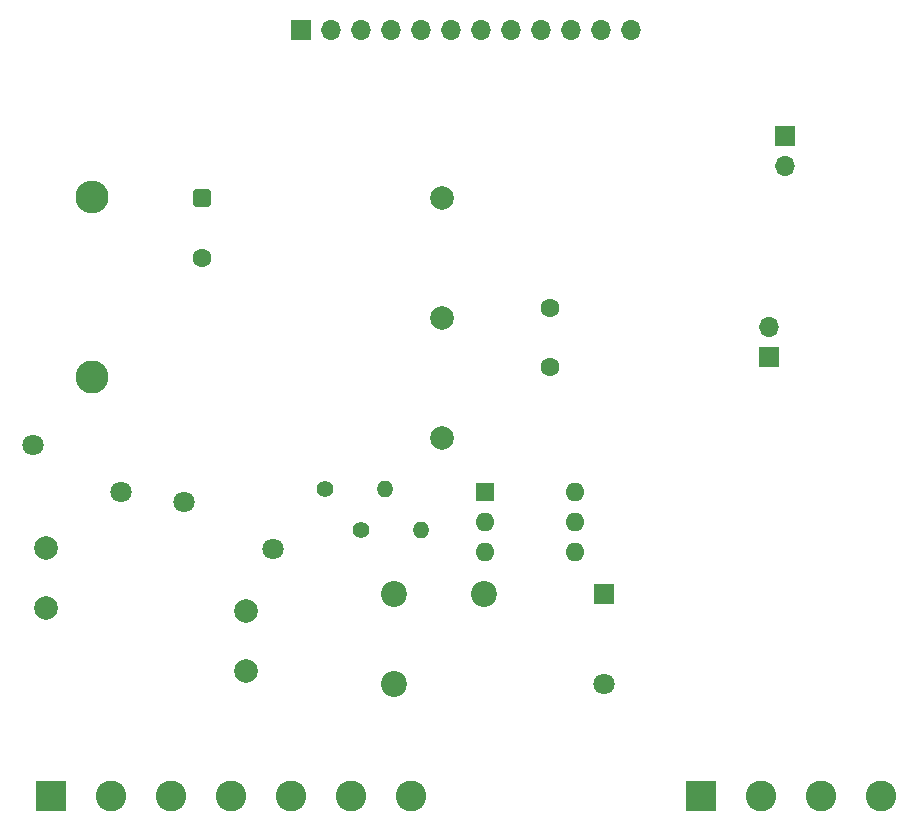
<source format=gbs>
G04 #@! TF.GenerationSoftware,KiCad,Pcbnew,7.0.7*
G04 #@! TF.CreationDate,2023-09-27T11:51:15+02:00*
G04 #@! TF.ProjectId,heating-controller,68656174-696e-4672-9d63-6f6e74726f6c,rev?*
G04 #@! TF.SameCoordinates,Original*
G04 #@! TF.FileFunction,Soldermask,Bot*
G04 #@! TF.FilePolarity,Negative*
%FSLAX46Y46*%
G04 Gerber Fmt 4.6, Leading zero omitted, Abs format (unit mm)*
G04 Created by KiCad (PCBNEW 7.0.7) date 2023-09-27 11:51:15*
%MOMM*%
%LPD*%
G01*
G04 APERTURE LIST*
G04 Aperture macros list*
%AMRoundRect*
0 Rectangle with rounded corners*
0 $1 Rounding radius*
0 $2 $3 $4 $5 $6 $7 $8 $9 X,Y pos of 4 corners*
0 Add a 4 corners polygon primitive as box body*
4,1,4,$2,$3,$4,$5,$6,$7,$8,$9,$2,$3,0*
0 Add four circle primitives for the rounded corners*
1,1,$1+$1,$2,$3*
1,1,$1+$1,$4,$5*
1,1,$1+$1,$6,$7*
1,1,$1+$1,$8,$9*
0 Add four rect primitives between the rounded corners*
20,1,$1+$1,$2,$3,$4,$5,0*
20,1,$1+$1,$4,$5,$6,$7,0*
20,1,$1+$1,$6,$7,$8,$9,0*
20,1,$1+$1,$8,$9,$2,$3,0*%
G04 Aperture macros list end*
%ADD10R,1.700000X1.700000*%
%ADD11O,1.700000X1.700000*%
%ADD12RoundRect,0.400000X-0.400000X-0.400000X0.400000X-0.400000X0.400000X0.400000X-0.400000X0.400000X0*%
%ADD13C,1.600000*%
%ADD14C,2.000000*%
%ADD15C,1.800000*%
%ADD16R,2.600000X2.600000*%
%ADD17C,2.600000*%
%ADD18C,2.200000*%
%ADD19R,1.800000X1.800000*%
%ADD20C,2.800000*%
%ADD21O,2.800000X2.800000*%
%ADD22C,1.400000*%
%ADD23O,1.400000X1.400000*%
%ADD24R,1.600000X1.600000*%
%ADD25O,1.600000X1.600000*%
G04 APERTURE END LIST*
D10*
X87850000Y-44650000D03*
D11*
X87850000Y-47190000D03*
D12*
X38481000Y-49945000D03*
D13*
X38481000Y-55025000D03*
D14*
X58801000Y-70265000D03*
X58801000Y-60105000D03*
X58801000Y-49945000D03*
D13*
X67978200Y-59241400D03*
X67978200Y-64241400D03*
D15*
X44448600Y-79656400D03*
X36948600Y-75656400D03*
D10*
X46830000Y-35700000D03*
D11*
X49370000Y-35700000D03*
X51910000Y-35700000D03*
X54450000Y-35700000D03*
X56990000Y-35700000D03*
X59530000Y-35700000D03*
X62070000Y-35700000D03*
X64610000Y-35700000D03*
X67150000Y-35700000D03*
X69690000Y-35700000D03*
X72230000Y-35700000D03*
X74770000Y-35700000D03*
D16*
X25720000Y-100550000D03*
D17*
X30800000Y-100550000D03*
X35880000Y-100550000D03*
X40960000Y-100550000D03*
X46040000Y-100550000D03*
X51120000Y-100550000D03*
X56200000Y-100550000D03*
D18*
X62364800Y-83500000D03*
X54744800Y-91120000D03*
X54744800Y-83500000D03*
D19*
X72524800Y-83500000D03*
D15*
X72524800Y-91120000D03*
D10*
X86490000Y-63435000D03*
D11*
X86490000Y-60895000D03*
D16*
X80750000Y-100550000D03*
D17*
X85830000Y-100550000D03*
X90910000Y-100550000D03*
X95990000Y-100550000D03*
D14*
X42200000Y-90000000D03*
X42200000Y-84920000D03*
X25306200Y-84641400D03*
X25306200Y-79561400D03*
D20*
X29150000Y-65100000D03*
D21*
X29150000Y-49860000D03*
D15*
X24121600Y-70805000D03*
X31621600Y-74805000D03*
D22*
X51950800Y-78062800D03*
D23*
X57030800Y-78062800D03*
D24*
X62466400Y-74786200D03*
D25*
X62466400Y-77326200D03*
X62466400Y-79866200D03*
X70086400Y-79866200D03*
X70086400Y-77326200D03*
X70086400Y-74786200D03*
D22*
X48902800Y-74608400D03*
D23*
X53982800Y-74608400D03*
M02*

</source>
